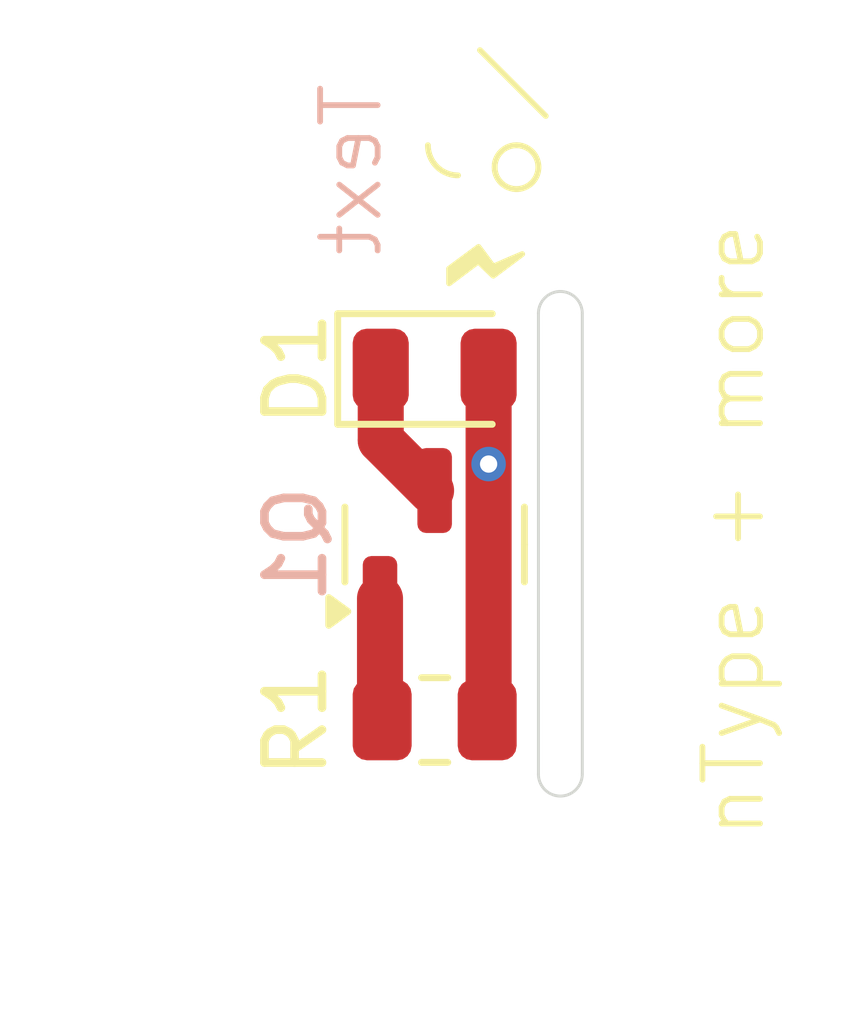
<source format=kicad_pcb>
(kicad_pcb (version 20240108) (generator "pcbnew") (generator_version "8.0")
  (layers (0 "F.Cu" signal) (31 "B.Cu" signal) (34 "B.Paste" user) (35 "F.Paste" user) (36 "B.SilkS" user "B.Silkscreen") (37 "F.SilkS" user "F.Silkscreen") (38 "B.Mask" user) (39 "F.Mask" user) (44 "Edge.Cuts" user))
  (net 0 "")
  (net 1 "/Output")
  (net 2 "GND")
  (net 3 "/Input")
  (footprint "Diode_SMD:D_0805_2012Metric" (layer "F.Cu") (at 23.81 23.045)
    (property "Reference" "D1" (at -2.413 0 -90) (layer "F.SilkS"))
    (property "Value" "D_Schottky_Small")
    (fp_line (start -1.685 -0.96) (end -1.685 0.96) (stroke (width 0.12)) (layer "F.SilkS"))
    (fp_line (start -1.685 0.96) (end 1 0.96) (stroke (width 0.12)) (layer "F.SilkS"))
    (fp_line (start 1 -0.96) (end -1.685 -0.96) (stroke (width 0.12)) (layer "F.SilkS"))
    (pad "1" smd roundrect (at -0.9375 0) (size 0.975 1.4) (layers "F.Cu" "F.Paste" "F.Mask") (net 1 "/Output"))
    (pad "2" smd roundrect (at 0.9375 0) (size 0.975 1.4) (layers "F.Cu" "F.Paste" "F.Mask") (net 2 "GND"))
  )
  (footprint "Package_TO_SOT_SMD:SOT-23" (layer "F.Cu") (at 23.81 26.093 90)
    (property "Reference" "Q1" (at 0 -2.413 90) (layer "B.SilkS") (effects (justify mirror)))
    (property "Value" "MMBT2222A")
    (fp_line (start 0 -1.56) (end 0.65 -1.56) (stroke (width 0.12)) (layer "F.SilkS"))
    (fp_line (start 0 -1.56) (end -0.65 -1.56) (stroke (width 0.12)) (layer "F.SilkS"))
    (fp_line (start 0 1.56) (end 0.65 1.56) (stroke (width 0.12)) (layer "F.SilkS"))
    (fp_line (start 0 1.56) (end -0.65 1.56) (stroke (width 0.12)) (layer "F.SilkS"))
    (fp_poly (pts (xy -1.1625 -1.51) (xy -1.4025 -1.84) (xy -0.9225 -1.84) (xy -1.1625 -1.51)) (stroke (width 0.12)) (fill solid) (layer "F.SilkS"))
    (pad "1" smd roundrect (at -0.9375 -0.95 90) (size 1.475 0.6) (layers "F.Cu" "F.Paste" "F.Mask") (net 3 "/Input"))
    (pad "2" smd roundrect (at -0.9375 0.95 90) (size 1.475 0.6) (layers "F.Cu" "F.Paste" "F.Mask") (net 2 "GND"))
    (pad "3" smd roundrect (at 0.9375 0 90) (size 1.475 0.6) (layers "F.Cu" "F.Paste" "F.Mask") (net 1 "/Output"))
  )
  (footprint "Resistor_SMD:R_0805_2012Metric" (layer "F.Cu") (at 23.81 29.141)
    (property "Reference" "R1" (at -2.413 0 -90) (layer "F.SilkS"))
    (property "Value" "10k")
    (fp_line (start -0.227064 -0.735) (end 0.227064 -0.735) (stroke (width 0.12)) (layer "F.SilkS"))
    (fp_line (start -0.227064 0.735) (end 0.227064 0.735) (stroke (width 0.12)) (layer "F.SilkS"))
    (pad "1" smd roundrect (at -0.9125 0) (size 1.025 1.4) (layers "F.Cu" "F.Paste" "F.Mask") (roundrect_rratio 0.243902) (net 3 "/Input"))
    (pad "2" smd roundrect (at 0.9125 0) (size 1.025 1.4) (layers "F.Cu" "F.Paste" "F.Mask") (roundrect_rratio 0.243902) (net 2 "GND"))
  )
  (gr_line (start 24.5974 17.5078) (end 25.7404 18.6508) (stroke (width 0.1)) (layer "F.SilkS"))
  (gr_poly (pts (xy 24.061188 21.557349) (xy 24.569188 21.176349) (xy 24.828379 21.425158) (xy 25.331188 21.049349) (xy 24.826 21.267) (xy 24.572415 20.925576) (xy 24.061188 21.303349)) (stroke (width 0.1)) (fill solid) (layer "F.SilkS"))
  (gr_circle (center 25.2324 19.5398) (end 24.8514 19.5398) (stroke (width 0.1)) (fill none) (layer "F.SilkS"))
  (gr_arc (start 24.2164 19.682434) (mid 23.846135 19.529065) (end 23.692766 19.1588) (stroke (width 0.1)) (layer "F.SilkS"))
  (gr_circle (center 25.2324 19.5398) (end 24.8514 19.5398) (stroke (width 0.1)) (fill none) (layer "F.SilkS"))
  (gr_line (start 25.6134 30.0808) (end 25.6134 22.0798) (stroke (width 0.05)) (layer "Edge.Cuts"))
  (gr_arc (start 26.3754 30.0808) (mid 25.9944 30.4618) (end 25.6134 30.0808) (stroke (width 0.05)) (layer "Edge.Cuts"))
  (gr_line (start 26.3754 22.0798) (end 26.3754 30.0808) (stroke (width 0.05)) (layer "Edge.Cuts"))
  (gr_arc (start 25.6134 22.0798) (mid 25.9944 21.6988) (end 26.3754 22.0798) (stroke (width 0.05)) (layer "Edge.Cuts"))
  (gr_text "Text" (at 22.9464 18.0158 90) (layer "B.SilkS") (effects (font (size 1 1) (thickness 0.1)) (justify left bottom mirror)))
  (gr_text "nType + more\n" (at 29.591 31.242 90) (layer "F.SilkS") (effects (font (size 1 1) (thickness 0.1)) (justify left bottom)))
  (segment (start 22.872499 24.280498) (end 23.747501 25.1555) (width 0.8) (layer "F.Cu") (net 1))
  (segment (start 22.872499 23.045) (end 22.872499 24.280498) (width 0.8) (layer "F.Cu") (net 1))
  (segment (start 24.747501 29.115999) (end 24.7225 29.141) (width 0.8) (layer "F.Cu") (net 2))
  (segment (start 24.747501 23.045) (end 24.747501 29.115999) (width 0.8) (layer "F.Cu") (net 2))
  (via (at 24.747501 24.696) (size 0.6) (drill 0.3) (layers "F.Cu" "B.Cu") (net 2))
  (segment (start 22.86 29.1035) (end 22.8975 29.141) (width 0.8) (layer "F.Cu") (net 3))
  (segment (start 22.86 27.0305) (end 22.86 29.1035) (width 0.8) (layer "F.Cu") (net 3))
)
</source>
